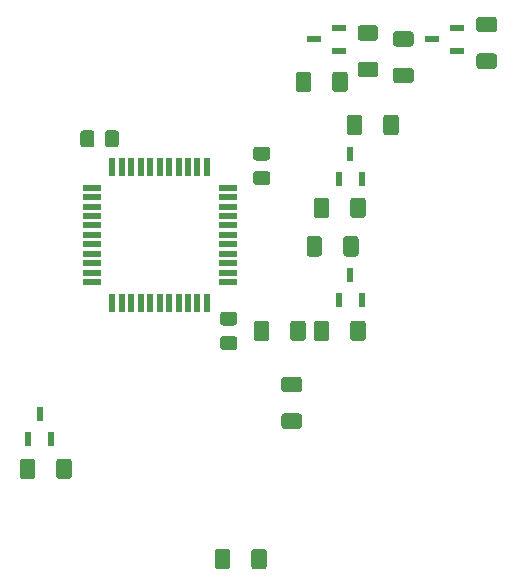
<source format=gbr>
G04 #@! TF.GenerationSoftware,KiCad,Pcbnew,(5.1.9)-1*
G04 #@! TF.CreationDate,2021-03-08T10:33:43+01:00*
G04 #@! TF.ProjectId,FIGS,46494753-2e6b-4696-9361-645f70636258,1x*
G04 #@! TF.SameCoordinates,Original*
G04 #@! TF.FileFunction,Paste,Top*
G04 #@! TF.FilePolarity,Positive*
%FSLAX46Y46*%
G04 Gerber Fmt 4.6, Leading zero omitted, Abs format (unit mm)*
G04 Created by KiCad (PCBNEW (5.1.9)-1) date 2021-03-08 10:33:43*
%MOMM*%
%LPD*%
G01*
G04 APERTURE LIST*
%ADD10R,0.600000X1.500000*%
%ADD11R,1.500000X0.600000*%
%ADD12R,0.600000X1.250000*%
%ADD13R,1.250000X0.600000*%
G04 APERTURE END LIST*
G04 #@! TO.C,C8*
G36*
G01*
X64483000Y-44254000D02*
X63533000Y-44254000D01*
G75*
G02*
X63283000Y-44004000I0J250000D01*
G01*
X63283000Y-43329000D01*
G75*
G02*
X63533000Y-43079000I250000J0D01*
G01*
X64483000Y-43079000D01*
G75*
G02*
X64733000Y-43329000I0J-250000D01*
G01*
X64733000Y-44004000D01*
G75*
G02*
X64483000Y-44254000I-250000J0D01*
G01*
G37*
G36*
G01*
X64483000Y-46329000D02*
X63533000Y-46329000D01*
G75*
G02*
X63283000Y-46079000I0J250000D01*
G01*
X63283000Y-45404000D01*
G75*
G02*
X63533000Y-45154000I250000J0D01*
G01*
X64483000Y-45154000D01*
G75*
G02*
X64733000Y-45404000I0J-250000D01*
G01*
X64733000Y-46079000D01*
G75*
G02*
X64483000Y-46329000I-250000J0D01*
G01*
G37*
G04 #@! TD*
D10*
G04 #@! TO.C,IC1*
X51372000Y-44796000D03*
X52172000Y-44796000D03*
X52972000Y-44796000D03*
X53772000Y-44796000D03*
X54572000Y-44796000D03*
X55372000Y-44796000D03*
X56172000Y-44796000D03*
X56972000Y-44796000D03*
X57772000Y-44796000D03*
X58572000Y-44796000D03*
X59372000Y-44796000D03*
D11*
X61122000Y-46546000D03*
X61122000Y-47346000D03*
X61122000Y-48146000D03*
X61122000Y-48946000D03*
X61122000Y-49746000D03*
X61122000Y-50546000D03*
X61122000Y-51346000D03*
X61122000Y-52146000D03*
X61122000Y-52946000D03*
X61122000Y-53746000D03*
X61122000Y-54546000D03*
D10*
X59372000Y-56296000D03*
X58572000Y-56296000D03*
X57772000Y-56296000D03*
X56972000Y-56296000D03*
X56172000Y-56296000D03*
X55372000Y-56296000D03*
X54572000Y-56296000D03*
X53772000Y-56296000D03*
X52972000Y-56296000D03*
X52172000Y-56296000D03*
X51372000Y-56296000D03*
D11*
X49622000Y-54546000D03*
X49622000Y-53746000D03*
X49622000Y-52946000D03*
X49622000Y-52146000D03*
X49622000Y-51346000D03*
X49622000Y-50546000D03*
X49622000Y-49746000D03*
X49622000Y-48946000D03*
X49622000Y-48146000D03*
X49622000Y-47346000D03*
X49622000Y-46546000D03*
G04 #@! TD*
D12*
G04 #@! TO.C,Q5*
X45212000Y-65752000D03*
X46167000Y-67852000D03*
X44257000Y-67852000D03*
G04 #@! TD*
G04 #@! TO.C,Q4*
X71508000Y-43688000D03*
X72463000Y-45788000D03*
X70553000Y-45788000D03*
G04 #@! TD*
D13*
G04 #@! TO.C,Q3*
X68450000Y-34000000D03*
X70550000Y-33045000D03*
X70550000Y-34955000D03*
G04 #@! TD*
D12*
G04 #@! TO.C,Q2*
X71508000Y-53958000D03*
X72463000Y-56058000D03*
X70553000Y-56058000D03*
G04 #@! TD*
D13*
G04 #@! TO.C,Q1*
X78450000Y-34000000D03*
X80550000Y-33045000D03*
X80550000Y-34955000D03*
G04 #@! TD*
G04 #@! TO.C,C9*
G36*
G01*
X49842000Y-41943000D02*
X49842000Y-42893000D01*
G75*
G02*
X49592000Y-43143000I-250000J0D01*
G01*
X48917000Y-43143000D01*
G75*
G02*
X48667000Y-42893000I0J250000D01*
G01*
X48667000Y-41943000D01*
G75*
G02*
X48917000Y-41693000I250000J0D01*
G01*
X49592000Y-41693000D01*
G75*
G02*
X49842000Y-41943000I0J-250000D01*
G01*
G37*
G36*
G01*
X51917000Y-41943000D02*
X51917000Y-42893000D01*
G75*
G02*
X51667000Y-43143000I-250000J0D01*
G01*
X50992000Y-43143000D01*
G75*
G02*
X50742000Y-42893000I0J250000D01*
G01*
X50742000Y-41943000D01*
G75*
G02*
X50992000Y-41693000I250000J0D01*
G01*
X51667000Y-41693000D01*
G75*
G02*
X51917000Y-41943000I0J-250000D01*
G01*
G37*
G04 #@! TD*
G04 #@! TO.C,R28*
G36*
G01*
X44820000Y-69732999D02*
X44820000Y-70983001D01*
G75*
G02*
X44570001Y-71233000I-249999J0D01*
G01*
X43769999Y-71233000D01*
G75*
G02*
X43520000Y-70983001I0J249999D01*
G01*
X43520000Y-69732999D01*
G75*
G02*
X43769999Y-69483000I249999J0D01*
G01*
X44570001Y-69483000D01*
G75*
G02*
X44820000Y-69732999I0J-249999D01*
G01*
G37*
G36*
G01*
X47920000Y-69732999D02*
X47920000Y-70983001D01*
G75*
G02*
X47670001Y-71233000I-249999J0D01*
G01*
X46869999Y-71233000D01*
G75*
G02*
X46620000Y-70983001I0J249999D01*
G01*
X46620000Y-69732999D01*
G75*
G02*
X46869999Y-69483000I249999J0D01*
G01*
X47670001Y-69483000D01*
G75*
G02*
X47920000Y-69732999I0J-249999D01*
G01*
G37*
G04 #@! TD*
G04 #@! TO.C,R27*
G36*
G01*
X74306000Y-41863001D02*
X74306000Y-40612999D01*
G75*
G02*
X74555999Y-40363000I249999J0D01*
G01*
X75356001Y-40363000D01*
G75*
G02*
X75606000Y-40612999I0J-249999D01*
G01*
X75606000Y-41863001D01*
G75*
G02*
X75356001Y-42113000I-249999J0D01*
G01*
X74555999Y-42113000D01*
G75*
G02*
X74306000Y-41863001I0J249999D01*
G01*
G37*
G36*
G01*
X71206000Y-41863001D02*
X71206000Y-40612999D01*
G75*
G02*
X71455999Y-40363000I249999J0D01*
G01*
X72256001Y-40363000D01*
G75*
G02*
X72506000Y-40612999I0J-249999D01*
G01*
X72506000Y-41863001D01*
G75*
G02*
X72256001Y-42113000I-249999J0D01*
G01*
X71455999Y-42113000D01*
G75*
G02*
X71206000Y-41863001I0J249999D01*
G01*
G37*
G04 #@! TD*
G04 #@! TO.C,R25*
G36*
G01*
X68188000Y-36966999D02*
X68188000Y-38217001D01*
G75*
G02*
X67938001Y-38467000I-249999J0D01*
G01*
X67137999Y-38467000D01*
G75*
G02*
X66888000Y-38217001I0J249999D01*
G01*
X66888000Y-36966999D01*
G75*
G02*
X67137999Y-36717000I249999J0D01*
G01*
X67938001Y-36717000D01*
G75*
G02*
X68188000Y-36966999I0J-249999D01*
G01*
G37*
G36*
G01*
X71288000Y-36966999D02*
X71288000Y-38217001D01*
G75*
G02*
X71038001Y-38467000I-249999J0D01*
G01*
X70237999Y-38467000D01*
G75*
G02*
X69988000Y-38217001I0J249999D01*
G01*
X69988000Y-36966999D01*
G75*
G02*
X70237999Y-36717000I249999J0D01*
G01*
X71038001Y-36717000D01*
G75*
G02*
X71288000Y-36966999I0J-249999D01*
G01*
G37*
G04 #@! TD*
G04 #@! TO.C,R23*
G36*
G01*
X69712000Y-47634999D02*
X69712000Y-48885001D01*
G75*
G02*
X69462001Y-49135000I-249999J0D01*
G01*
X68661999Y-49135000D01*
G75*
G02*
X68412000Y-48885001I0J249999D01*
G01*
X68412000Y-47634999D01*
G75*
G02*
X68661999Y-47385000I249999J0D01*
G01*
X69462001Y-47385000D01*
G75*
G02*
X69712000Y-47634999I0J-249999D01*
G01*
G37*
G36*
G01*
X72812000Y-47634999D02*
X72812000Y-48885001D01*
G75*
G02*
X72562001Y-49135000I-249999J0D01*
G01*
X71761999Y-49135000D01*
G75*
G02*
X71512000Y-48885001I0J249999D01*
G01*
X71512000Y-47634999D01*
G75*
G02*
X71761999Y-47385000I249999J0D01*
G01*
X72562001Y-47385000D01*
G75*
G02*
X72812000Y-47634999I0J-249999D01*
G01*
G37*
G04 #@! TD*
G04 #@! TO.C,R22*
G36*
G01*
X72374999Y-35900000D02*
X73625001Y-35900000D01*
G75*
G02*
X73875000Y-36149999I0J-249999D01*
G01*
X73875000Y-36950001D01*
G75*
G02*
X73625001Y-37200000I-249999J0D01*
G01*
X72374999Y-37200000D01*
G75*
G02*
X72125000Y-36950001I0J249999D01*
G01*
X72125000Y-36149999D01*
G75*
G02*
X72374999Y-35900000I249999J0D01*
G01*
G37*
G36*
G01*
X72374999Y-32800000D02*
X73625001Y-32800000D01*
G75*
G02*
X73875000Y-33049999I0J-249999D01*
G01*
X73875000Y-33850001D01*
G75*
G02*
X73625001Y-34100000I-249999J0D01*
G01*
X72374999Y-34100000D01*
G75*
G02*
X72125000Y-33850001I0J249999D01*
G01*
X72125000Y-33049999D01*
G75*
G02*
X72374999Y-32800000I249999J0D01*
G01*
G37*
G04 #@! TD*
G04 #@! TO.C,R21*
G36*
G01*
X70908000Y-52133001D02*
X70908000Y-50882999D01*
G75*
G02*
X71157999Y-50633000I249999J0D01*
G01*
X71958001Y-50633000D01*
G75*
G02*
X72208000Y-50882999I0J-249999D01*
G01*
X72208000Y-52133001D01*
G75*
G02*
X71958001Y-52383000I-249999J0D01*
G01*
X71157999Y-52383000D01*
G75*
G02*
X70908000Y-52133001I0J249999D01*
G01*
G37*
G36*
G01*
X67808000Y-52133001D02*
X67808000Y-50882999D01*
G75*
G02*
X68057999Y-50633000I249999J0D01*
G01*
X68858001Y-50633000D01*
G75*
G02*
X69108000Y-50882999I0J-249999D01*
G01*
X69108000Y-52133001D01*
G75*
G02*
X68858001Y-52383000I-249999J0D01*
G01*
X68057999Y-52383000D01*
G75*
G02*
X67808000Y-52133001I0J249999D01*
G01*
G37*
G04 #@! TD*
G04 #@! TO.C,R19*
G36*
G01*
X76625001Y-34600000D02*
X75374999Y-34600000D01*
G75*
G02*
X75125000Y-34350001I0J249999D01*
G01*
X75125000Y-33549999D01*
G75*
G02*
X75374999Y-33300000I249999J0D01*
G01*
X76625001Y-33300000D01*
G75*
G02*
X76875000Y-33549999I0J-249999D01*
G01*
X76875000Y-34350001D01*
G75*
G02*
X76625001Y-34600000I-249999J0D01*
G01*
G37*
G36*
G01*
X76625001Y-37700000D02*
X75374999Y-37700000D01*
G75*
G02*
X75125000Y-37450001I0J249999D01*
G01*
X75125000Y-36649999D01*
G75*
G02*
X75374999Y-36400000I249999J0D01*
G01*
X76625001Y-36400000D01*
G75*
G02*
X76875000Y-36649999I0J-249999D01*
G01*
X76875000Y-37450001D01*
G75*
G02*
X76625001Y-37700000I-249999J0D01*
G01*
G37*
G04 #@! TD*
G04 #@! TO.C,R17*
G36*
G01*
X69712000Y-58048999D02*
X69712000Y-59299001D01*
G75*
G02*
X69462001Y-59549000I-249999J0D01*
G01*
X68661999Y-59549000D01*
G75*
G02*
X68412000Y-59299001I0J249999D01*
G01*
X68412000Y-58048999D01*
G75*
G02*
X68661999Y-57799000I249999J0D01*
G01*
X69462001Y-57799000D01*
G75*
G02*
X69712000Y-58048999I0J-249999D01*
G01*
G37*
G36*
G01*
X72812000Y-58048999D02*
X72812000Y-59299001D01*
G75*
G02*
X72562001Y-59549000I-249999J0D01*
G01*
X71761999Y-59549000D01*
G75*
G02*
X71512000Y-59299001I0J249999D01*
G01*
X71512000Y-58048999D01*
G75*
G02*
X71761999Y-57799000I249999J0D01*
G01*
X72562001Y-57799000D01*
G75*
G02*
X72812000Y-58048999I0J-249999D01*
G01*
G37*
G04 #@! TD*
G04 #@! TO.C,R16*
G36*
G01*
X82432999Y-35190000D02*
X83683001Y-35190000D01*
G75*
G02*
X83933000Y-35439999I0J-249999D01*
G01*
X83933000Y-36240001D01*
G75*
G02*
X83683001Y-36490000I-249999J0D01*
G01*
X82432999Y-36490000D01*
G75*
G02*
X82183000Y-36240001I0J249999D01*
G01*
X82183000Y-35439999D01*
G75*
G02*
X82432999Y-35190000I249999J0D01*
G01*
G37*
G36*
G01*
X82432999Y-32090000D02*
X83683001Y-32090000D01*
G75*
G02*
X83933000Y-32339999I0J-249999D01*
G01*
X83933000Y-33140001D01*
G75*
G02*
X83683001Y-33390000I-249999J0D01*
G01*
X82432999Y-33390000D01*
G75*
G02*
X82183000Y-33140001I0J249999D01*
G01*
X82183000Y-32339999D01*
G75*
G02*
X82432999Y-32090000I249999J0D01*
G01*
G37*
G04 #@! TD*
G04 #@! TO.C,R15*
G36*
G01*
X61330000Y-77374999D02*
X61330000Y-78625001D01*
G75*
G02*
X61080001Y-78875000I-249999J0D01*
G01*
X60279999Y-78875000D01*
G75*
G02*
X60030000Y-78625001I0J249999D01*
G01*
X60030000Y-77374999D01*
G75*
G02*
X60279999Y-77125000I249999J0D01*
G01*
X61080001Y-77125000D01*
G75*
G02*
X61330000Y-77374999I0J-249999D01*
G01*
G37*
G36*
G01*
X64430000Y-77374999D02*
X64430000Y-78625001D01*
G75*
G02*
X64180001Y-78875000I-249999J0D01*
G01*
X63379999Y-78875000D01*
G75*
G02*
X63130000Y-78625001I0J249999D01*
G01*
X63130000Y-77374999D01*
G75*
G02*
X63379999Y-77125000I249999J0D01*
G01*
X64180001Y-77125000D01*
G75*
G02*
X64430000Y-77374999I0J-249999D01*
G01*
G37*
G04 #@! TD*
G04 #@! TO.C,R13*
G36*
G01*
X67173001Y-63870000D02*
X65922999Y-63870000D01*
G75*
G02*
X65673000Y-63620001I0J249999D01*
G01*
X65673000Y-62819999D01*
G75*
G02*
X65922999Y-62570000I249999J0D01*
G01*
X67173001Y-62570000D01*
G75*
G02*
X67423000Y-62819999I0J-249999D01*
G01*
X67423000Y-63620001D01*
G75*
G02*
X67173001Y-63870000I-249999J0D01*
G01*
G37*
G36*
G01*
X67173001Y-66970000D02*
X65922999Y-66970000D01*
G75*
G02*
X65673000Y-66720001I0J249999D01*
G01*
X65673000Y-65919999D01*
G75*
G02*
X65922999Y-65670000I249999J0D01*
G01*
X67173001Y-65670000D01*
G75*
G02*
X67423000Y-65919999I0J-249999D01*
G01*
X67423000Y-66720001D01*
G75*
G02*
X67173001Y-66970000I-249999J0D01*
G01*
G37*
G04 #@! TD*
G04 #@! TO.C,R12*
G36*
G01*
X64632000Y-58048999D02*
X64632000Y-59299001D01*
G75*
G02*
X64382001Y-59549000I-249999J0D01*
G01*
X63581999Y-59549000D01*
G75*
G02*
X63332000Y-59299001I0J249999D01*
G01*
X63332000Y-58048999D01*
G75*
G02*
X63581999Y-57799000I249999J0D01*
G01*
X64382001Y-57799000D01*
G75*
G02*
X64632000Y-58048999I0J-249999D01*
G01*
G37*
G36*
G01*
X67732000Y-58048999D02*
X67732000Y-59299001D01*
G75*
G02*
X67482001Y-59549000I-249999J0D01*
G01*
X66681999Y-59549000D01*
G75*
G02*
X66432000Y-59299001I0J249999D01*
G01*
X66432000Y-58048999D01*
G75*
G02*
X66681999Y-57799000I249999J0D01*
G01*
X67482001Y-57799000D01*
G75*
G02*
X67732000Y-58048999I0J-249999D01*
G01*
G37*
G04 #@! TD*
G04 #@! TO.C,C10*
G36*
G01*
X61689000Y-58224000D02*
X60739000Y-58224000D01*
G75*
G02*
X60489000Y-57974000I0J250000D01*
G01*
X60489000Y-57299000D01*
G75*
G02*
X60739000Y-57049000I250000J0D01*
G01*
X61689000Y-57049000D01*
G75*
G02*
X61939000Y-57299000I0J-250000D01*
G01*
X61939000Y-57974000D01*
G75*
G02*
X61689000Y-58224000I-250000J0D01*
G01*
G37*
G36*
G01*
X61689000Y-60299000D02*
X60739000Y-60299000D01*
G75*
G02*
X60489000Y-60049000I0J250000D01*
G01*
X60489000Y-59374000D01*
G75*
G02*
X60739000Y-59124000I250000J0D01*
G01*
X61689000Y-59124000D01*
G75*
G02*
X61939000Y-59374000I0J-250000D01*
G01*
X61939000Y-60049000D01*
G75*
G02*
X61689000Y-60299000I-250000J0D01*
G01*
G37*
G04 #@! TD*
M02*

</source>
